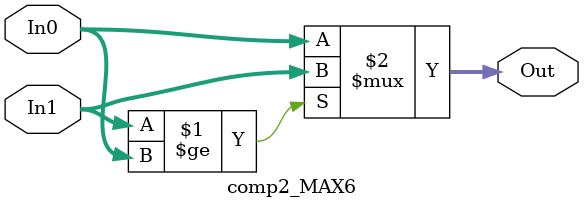
<source format=v>

module comp2_MAX6(In1,In0,Out);

//---------------------------------
// In0: input binary code;
// In1: input binary code;
// Out: is the max value;
//---------------------------------

input  [5:0] In0,In1; // Input data
output [5:0] Out;    // Ouput data

assign Out= (In1>=In0) ? In1:In0;

endmodule
</source>
